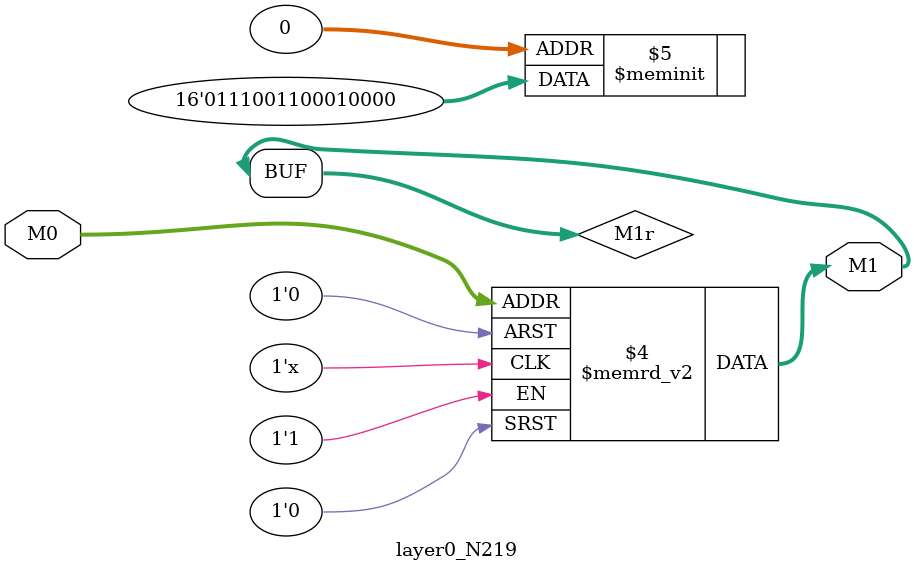
<source format=v>
module layer0_N219 ( input [2:0] M0, output [1:0] M1 );

	(*rom_style = "distributed" *) reg [1:0] M1r;
	assign M1 = M1r;
	always @ (M0) begin
		case (M0)
			3'b000: M1r = 2'b00;
			3'b100: M1r = 2'b11;
			3'b010: M1r = 2'b01;
			3'b110: M1r = 2'b11;
			3'b001: M1r = 2'b00;
			3'b101: M1r = 2'b00;
			3'b011: M1r = 2'b00;
			3'b111: M1r = 2'b01;

		endcase
	end
endmodule

</source>
